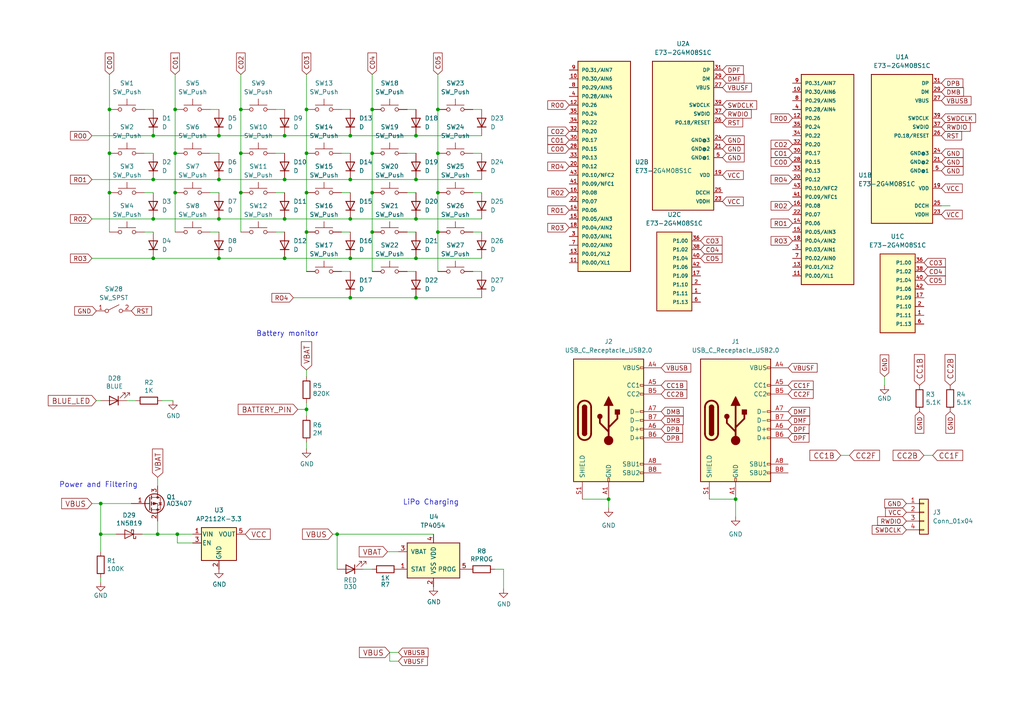
<source format=kicad_sch>
(kicad_sch (version 20211123) (generator eeschema)
  (paper "A4")
  (lib_symbols
    (symbol "Battery_Management:MCP73832-2-OT" (pin_names (offset 1.016))
      (property "Reference" "U" (at -7.62 6.35 0))
      (property "Value" "MCP73832-2-OT" (at 1.27 6.35 0))
      (symbol "MCP73832-2-OT_1_1"
        (pin output line (at 10.16 -2.54 180) (length 2.54) (name "STAT") (number "1"))
        (pin power_in line (at 0 -7.62 90) (length 2.54) (name "VSS") (number "2"))
        (pin power_out line (at 10.16 2.54 180) (length 2.54) (name "VBAT") (number "3"))
        (pin power_in line (at 0 7.62 270) (length 2.54) (name "VDD") (number "4"))
        (pin input line (at -10.16 -2.54 0) (length 2.54) (name "PROG") (number "5"))
      )
    )
    (symbol "Connector:USB_C_Receptacle_USB2.0" (pin_names (offset 1.016))
      (property "Reference" "J" (at -10.16 19.05 0))
      (property "Value" "USB_C_Receptacle_USB2.0" (at 19.05 19.05 0))
      (symbol "USB_C_Receptacle_USB2.0_1_1"
        (pin passive line (at 0 -22.86 90) (length 5.08) (name "GND") (number "A1"))
        (pin passive line (at 0 -22.86 90) (length 5.08) hide (name "GND") (number "A12"))
        (pin passive line (at 15.24 15.24 180) (length 5.08) (name "VBUS") (number "A4"))
        (pin bidirectional line (at 15.24 10.16 180) (length 5.08) (name "CC1") (number "A5"))
        (pin bidirectional line (at 15.24 -2.54 180) (length 5.08) (name "D+") (number "A6"))
        (pin bidirectional line (at 15.24 2.54 180) (length 5.08) (name "D-") (number "A7"))
        (pin bidirectional line (at 15.24 -12.7 180) (length 5.08) (name "SBU1") (number "A8"))
        (pin passive line (at 15.24 15.24 180) (length 5.08) hide (name "VBUS") (number "A9"))
        (pin passive line (at 0 -22.86 90) (length 5.08) hide (name "GND") (number "B1"))
        (pin passive line (at 0 -22.86 90) (length 5.08) hide (name "GND") (number "B12"))
        (pin passive line (at 15.24 15.24 180) (length 5.08) hide (name "VBUS") (number "B4"))
        (pin bidirectional line (at 15.24 7.62 180) (length 5.08) (name "CC2") (number "B5"))
        (pin bidirectional line (at 15.24 -5.08 180) (length 5.08) (name "D+") (number "B6"))
        (pin bidirectional line (at 15.24 0 180) (length 5.08) (name "D-") (number "B7"))
        (pin bidirectional line (at 15.24 -15.24 180) (length 5.08) (name "SBU2") (number "B8"))
        (pin passive line (at 15.24 15.24 180) (length 5.08) hide (name "VBUS") (number "B9"))
        (pin passive line (at -7.62 -22.86 90) (length 5.08) (name "SHIELD") (number "S1"))
      )
    )
    (symbol "Connector_Generic:Conn_01x04" (pin_names (offset 1.016) hide)
      (property "Reference" "J" (at 0 5.08 0))
      (property "Value" "Conn_01x04" (at 0 -7.62 0))
      (symbol "Conn_01x04_1_1"
        (pin passive line (at -5.08 2.54 0) (length 3.81) (name "Pin_1") (number "1"))
        (pin passive line (at -5.08 0 0) (length 3.81) (name "Pin_2") (number "2"))
        (pin passive line (at -5.08 -2.54 0) (length 3.81) (name "Pin_3") (number "3"))
        (pin passive line (at -5.08 -5.08 0) (length 3.81) (name "Pin_4") (number "4"))
      )
    )
    (symbol "Device:D" (pin_numbers hide) (pin_names (offset 1.016) hide)
      (property "Reference" "D" (at 0 2.54 0))
      (property "Value" "D" (at 0 -2.54 0))
      (symbol "D_1_1"
        (pin passive line (at -3.81 0 0) (length 2.54) (name "K") (number "1"))
        (pin passive line (at 3.81 0 180) (length 2.54) (name "A") (number "2"))
      )
    )
    (symbol "Device:LED" (pin_numbers hide) (pin_names (offset 1.016) hide)
      (property "Reference" "D" (at 0 2.54 0))
      (property "Value" "LED" (at 0 -2.54 0))
      (symbol "LED_1_1"
        (pin passive line (at -3.81 0 0) (length 2.54) (name "K") (number "1"))
        (pin passive line (at 3.81 0 180) (length 2.54) (name "A") (number "2"))
      )
    )
    (symbol "Device:R" (pin_numbers hide) (pin_names (offset 0))
      (property "Reference" "R" (at 2.032 0 90))
      (property "Value" "R" (at 0 0 90))
      (symbol "R_1_1"
        (pin passive line (at 0 3.81 270) (length 1.27) (name "~") (number "1"))
        (pin passive line (at 0 -3.81 90) (length 1.27) (name "~") (number "2"))
      )
    )
    (symbol "E73-2G4M08S1C:E73-2G4M08S1C" (pin_names (offset 1.016))
      (property "Reference" "U" (at -15.24 20.32 0))
      (property "Value" "E73-2G4M08S1C" (at -15.24 -25.4 0))
      (symbol "E73-2G4M08S1C_1_0"
        (pin bidirectional line (at -17.78 10.16 0) (length 2.54) (name "VDD") (number "19"))
        (pin bidirectional line (at -17.78 2.54 0) (length 2.54) (name "GND@2") (number "21"))
        (pin bidirectional line (at -17.78 17.78 0) (length 2.54) (name "VDDH") (number "23"))
        (pin bidirectional line (at -17.78 0 0) (length 2.54) (name "GND@3") (number "24"))
        (pin bidirectional line (at -17.78 15.24 0) (length 2.54) (name "DCCH") (number "25"))
        (pin bidirectional line (at -17.78 -5.08 0) (length 2.54) (name "P0.18/RESET") (number "26"))
        (pin bidirectional line (at -17.78 -15.24 0) (length 2.54) (name "VBUS") (number "27"))
        (pin bidirectional line (at -17.78 -17.78 0) (length 2.54) (name "DM") (number "29"))
        (pin bidirectional line (at -17.78 -20.32 0) (length 2.54) (name "DP") (number "31"))
        (pin bidirectional line (at -17.78 -7.62 0) (length 2.54) (name "SWDIO") (number "37"))
        (pin bidirectional line (at -17.78 -10.16 0) (length 2.54) (name "SWDCLK") (number "39"))
        (pin bidirectional line (at -17.78 5.08 0) (length 2.54) (name "GND@1") (number "5"))
      )
      (symbol "E73-2G4M08S1C_2_0"
        (pin bidirectional line (at 12.7 -25.4 180) (length 2.54) (name "P0.30/AIN6") (number "10"))
        (pin bidirectional line (at 12.7 27.94 180) (length 2.54) (name "P0.00/XL1") (number "11"))
        (pin bidirectional line (at 12.7 -17.78 180) (length 2.54) (name "P0.26") (number "12"))
        (pin bidirectional line (at 12.7 25.4 180) (length 2.54) (name "P0.01/XL2") (number "13"))
        (pin bidirectional line (at 12.7 12.7 180) (length 2.54) (name "P0.06") (number "14"))
        (pin bidirectional line (at 12.7 15.24 180) (length 2.54) (name "P0.05/AIN3") (number "15"))
        (pin bidirectional line (at 12.7 7.62 180) (length 2.54) (name "P0.08") (number "16"))
        (pin bidirectional line (at 12.7 17.78 180) (length 2.54) (name "P0.04/AIN2") (number "18"))
        (pin bidirectional line (at 12.7 0 180) (length 2.54) (name "P0.12") (number "20"))
        (pin bidirectional line (at 12.7 10.16 180) (length 2.54) (name "P0.07") (number "22"))
        (pin bidirectional line (at 12.7 -5.08 180) (length 2.54) (name "P0.15") (number "28"))
        (pin bidirectional line (at 12.7 20.32 180) (length 2.54) (name "P0.03/AIN1") (number "3"))
        (pin bidirectional line (at 12.7 -7.62 180) (length 2.54) (name "P0.17") (number "30"))
        (pin bidirectional line (at 12.7 -10.16 180) (length 2.54) (name "P0.20") (number "32"))
        (pin bidirectional line (at 12.7 -2.54 180) (length 2.54) (name "P0.13") (number "33"))
        (pin bidirectional line (at 12.7 -12.7 180) (length 2.54) (name "P0.22") (number "34"))
        (pin bidirectional line (at 12.7 -15.24 180) (length 2.54) (name "P0.24") (number "35"))
        (pin bidirectional line (at 12.7 -20.32 180) (length 2.54) (name "P0.28/AIN4") (number "4"))
        (pin bidirectional line (at 12.7 5.08 180) (length 2.54) (name "P0.09/NFC1") (number "41"))
        (pin bidirectional line (at 12.7 2.54 180) (length 2.54) (name "P0.10/NFC2") (number "43"))
        (pin bidirectional line (at 12.7 22.86 180) (length 2.54) (name "P0.02/AIN0") (number "7"))
        (pin bidirectional line (at 12.7 -22.86 180) (length 2.54) (name "P0.29/AIN5") (number "8"))
        (pin bidirectional line (at 12.7 -27.94 180) (length 2.54) (name "P0.31/AIN7") (number "9"))
      )
      (symbol "E73-2G4M08S1C_3_0"
        (pin bidirectional line (at 10.16 -7.62 180) (length 2.54) (name "P1.11") (number "1"))
        (pin bidirectional line (at 10.16 -2.54 180) (length 2.54) (name "P1.09") (number "17"))
        (pin bidirectional line (at 10.16 -5.08 180) (length 2.54) (name "P1.10") (number "2"))
        (pin bidirectional line (at 10.16 7.62 180) (length 2.54) (name "P1.00") (number "36"))
        (pin bidirectional line (at 10.16 5.08 180) (length 2.54) (name "P1.02") (number "38"))
        (pin bidirectional line (at 10.16 2.54 180) (length 2.54) (name "P1.04") (number "40"))
        (pin bidirectional line (at 10.16 0 180) (length 2.54) (name "P1.06") (number "42"))
        (pin bidirectional line (at 10.16 -10.16 180) (length 2.54) (name "P1.13") (number "6"))
      )
    )
    (symbol "Regulator_Linear:AP2112K-3.3" (pin_names (offset 0.254))
      (property "Reference" "U" (at -5.08 5.715 0))
      (property "Value" "AP2112K-3.3" (at 0 5.715 0))
      (symbol "AP2112K-3.3_1_1"
        (pin power_in line (at -7.62 2.54 0) (length 2.54) (name "VIN") (number "1"))
        (pin power_in line (at 0 -7.62 90) (length 2.54) (name "GND") (number "2"))
        (pin input line (at -7.62 0 0) (length 2.54) (name "EN") (number "3"))
        (pin no_connect line (at 5.08 0 180) (length 2.54) hide (name "NC") (number "4"))
        (pin power_out line (at 7.62 2.54 180) (length 2.54) (name "VOUT") (number "5"))
      )
    )
    (symbol "Switch:SW_Push" (pin_numbers hide) (pin_names (offset 1.016) hide)
      (property "Reference" "SW" (at 1.27 2.54 0))
      (property "Value" "SW_Push" (at 0 -1.524 0))
      (symbol "SW_Push_0_1"
        (pin passive line (at -5.08 0 0) (length 2.54) (name "1") (number "1"))
        (pin passive line (at 5.08 0 180) (length 2.54) (name "2") (number "2"))
      )
    )
    (symbol "Switch:SW_SPST" (pin_names (offset 0) hide)
      (property "Reference" "SW" (at 0 3.175 0))
      (property "Value" "SW_SPST" (at 0 -2.54 0))
      (symbol "SW_SPST_1_1"
        (pin passive line (at -5.08 0 0) (length 2.54) (name "A") (number "1"))
        (pin passive line (at 5.08 0 180) (length 2.54) (name "B") (number "2"))
      )
    )
    (symbol "nrfmicro-rescue:BSS83P" (pin_names (offset 0) hide)
      (property "Reference" "Q" (at 5.08 1.905 0))
      (property "Value" "BSS83P" (at 5.08 0 0))
      (symbol "BSS83P_1_1"
        (pin input line (at -5.08 0 0) (length 5.08) (name "G") (number "1"))
        (pin passive line (at 2.54 -5.08 90) (length 2.54) (name "S") (number "2"))
        (pin passive line (at 2.54 5.08 270) (length 2.54) (name "D") (number "3"))
      )
    )
    (symbol "nrfmicro-rescue:GND" (power) (pin_names (offset 0))
      (property "Value" "GND" (at 0 -3.81 0))
      (symbol "GND_1_1"
        (pin power_in line (at 0 0 270) (length 0) hide (name "GND") (number "1"))
      )
    )
    (symbol "nrfmicro-rescue:MBR0520" (pin_numbers hide) (pin_names (offset 1.016) hide)
      (property "Reference" "D" (at 0 2.54 0))
      (property "Value" "MBR0520" (at 0 -2.54 0))
      (symbol "MBR0520_1_1"
        (pin passive line (at -3.81 0 0) (length 2.54) (name "K") (number "1"))
        (pin passive line (at 3.81 0 180) (length 2.54) (name "A") (number "2"))
      )
    )
    (symbol "nrfmicro-rescue:R" (pin_numbers hide) (pin_names (offset 0))
      (property "Reference" "R" (at 2.032 0 90))
      (property "Value" "R" (at 0 0 90))
      (symbol "R_1_1"
        (pin passive line (at 0 3.81 270) (length 1.27) (name "~") (number "1"))
        (pin passive line (at 0 -3.81 90) (length 1.27) (name "~") (number "2"))
      )
    )
    (symbol "power:GND" (power) (pin_names (offset 0))
      (property "Value" "GND" (at 0 -3.81 0))
      (symbol "GND_1_1"
        (pin power_in line (at 0 0 270) (length 0) hide (name "GND") (number "1"))
      )
    )
  )
  (junction (at 120.65 39.37))
  (junction (at 127 67.31))
  (junction (at 101.6 86.36))
  (junction (at 51.435 154.94))
  (junction (at 101.6 52.07))
  (junction (at 127 31.75))
  (junction (at 88.9 67.31))
  (junction (at 44.45 52.07))
  (junction (at 176.53 144.78))
  (junction (at 107.95 67.31))
  (junction (at 82.55 52.07))
  (junction (at 50.8 44.45))
  (junction (at 44.45 63.5))
  (junction (at 63.5 63.5))
  (junction (at 120.65 63.5))
  (junction (at 213.36 144.78))
  (junction (at 88.9 31.75))
  (junction (at 127 55.88))
  (junction (at 101.6 63.5))
  (junction (at 69.85 55.88))
  (junction (at 82.55 39.37))
  (junction (at 31.75 31.75))
  (junction (at 107.95 31.75))
  (junction (at 97.79 154.94))
  (junction (at 63.5 39.37))
  (junction (at 44.45 74.93))
  (junction (at 82.55 63.5))
  (junction (at 69.85 44.45))
  (junction (at 127 44.45))
  (junction (at 88.9 55.88))
  (junction (at 63.5 52.07))
  (junction (at 120.65 52.07))
  (junction (at 50.8 31.75))
  (junction (at 120.65 74.93))
  (junction (at 107.95 55.88))
  (junction (at 44.45 39.37))
  (junction (at 88.9 44.45))
  (junction (at 29.21 146.05))
  (junction (at 29.21 154.94))
  (junction (at 88.9 118.745))
  (junction (at 120.65 86.36))
  (junction (at 63.5 74.93))
  (junction (at 69.85 31.75))
  (junction (at 50.8 55.88))
  (junction (at 101.6 74.93))
  (junction (at 101.6 39.37))
  (junction (at 107.95 44.45))
  (junction (at 31.75 55.88))
  (junction (at 45.72 154.94))
  (junction (at 31.75 44.45))
  (junction (at 82.55 74.93))
  (wire (pts (xy 137.16 31.75) (xy 139.7 31.75)))
  (wire (pts (xy 60.96 31.75) (xy 63.5 31.75)))
  (wire (pts (xy 31.75 44.45) (xy 31.75 55.88)))
  (wire (pts (xy 31.75 21.59) (xy 31.75 31.75)))
  (wire (pts (xy 113.03 191.77) (xy 113.03 189.23)))
  (wire (pts (xy 29.21 167.64) (xy 29.21 168.91)))
  (wire (pts (xy 63.5 63.5) (xy 82.55 63.5)))
  (wire (pts (xy 127 44.45) (xy 127 55.88)))
  (wire (pts (xy 82.55 63.5) (xy 101.6 63.5)))
  (wire (pts (xy 267.97 132.08) (xy 270.51 132.08)))
  (wire (pts (xy 60.96 67.31) (xy 63.5 67.31)))
  (wire (pts (xy 127 67.31) (xy 127 78.74)))
  (wire (pts (xy 99.06 78.74) (xy 101.6 78.74)))
  (wire (pts (xy 85.09 86.36) (xy 101.6 86.36)))
  (wire (pts (xy 243.84 132.08) (xy 246.38 132.08)))
  (wire (pts (xy 168.91 144.78) (xy 176.53 144.78)))
  (wire (pts (xy 99.06 67.31) (xy 101.6 67.31)))
  (wire (pts (xy 118.11 78.74) (xy 120.65 78.74)))
  (wire (pts (xy 97.79 154.94) (xy 125.73 154.94)))
  (wire (pts (xy 99.06 44.45) (xy 101.6 44.45)))
  (wire (pts (xy 27.94 116.205) (xy 29.21 116.205)))
  (wire (pts (xy 45.72 138.43) (xy 45.72 140.97)))
  (wire (pts (xy 55.88 157.48) (xy 51.435 157.48)))
  (wire (pts (xy 69.85 55.88) (xy 69.85 67.31)))
  (wire (pts (xy 107.95 31.75) (xy 107.95 44.45)))
  (wire (pts (xy 60.96 44.45) (xy 63.5 44.45)))
  (wire (pts (xy 51.435 154.94) (xy 55.88 154.94)))
  (wire (pts (xy 120.65 63.5) (xy 139.7 63.5)))
  (wire (pts (xy 115.57 191.77) (xy 113.03 191.77)))
  (wire (pts (xy 88.9 55.88) (xy 88.9 67.31)))
  (wire (pts (xy 88.9 31.75) (xy 88.9 44.45)))
  (wire (pts (xy 44.45 39.37) (xy 63.5 39.37)))
  (wire (pts (xy 112.395 160.02) (xy 115.57 160.02)))
  (wire (pts (xy 88.9 118.745) (xy 88.9 120.65)))
  (wire (pts (xy 50.8 31.75) (xy 50.8 44.45)))
  (wire (pts (xy 88.9 116.84) (xy 88.9 118.745)))
  (wire (pts (xy 41.91 67.31) (xy 44.45 67.31)))
  (wire (pts (xy 26.67 74.93) (xy 44.45 74.93)))
  (wire (pts (xy 101.6 63.5) (xy 120.65 63.5)))
  (wire (pts (xy 29.21 154.94) (xy 29.21 160.02)))
  (wire (pts (xy 213.36 144.78) (xy 213.36 149.86)))
  (wire (pts (xy 127 31.75) (xy 127 44.45)))
  (wire (pts (xy 31.75 31.75) (xy 31.75 44.45)))
  (wire (pts (xy 118.11 67.31) (xy 120.65 67.31)))
  (wire (pts (xy 143.51 165.1) (xy 146.05 165.1)))
  (wire (pts (xy 120.65 39.37) (xy 139.7 39.37)))
  (wire (pts (xy 63.5 74.93) (xy 82.55 74.93)))
  (wire (pts (xy 120.65 52.07) (xy 139.7 52.07)))
  (wire (pts (xy 26.67 39.37) (xy 44.45 39.37)))
  (wire (pts (xy 88.9 128.27) (xy 88.9 130.175)))
  (wire (pts (xy 31.75 55.88) (xy 31.75 67.31)))
  (wire (pts (xy 82.55 74.93) (xy 101.6 74.93)))
  (wire (pts (xy 127 21.59) (xy 127 31.75)))
  (wire (pts (xy 29.21 146.05) (xy 29.21 154.94)))
  (wire (pts (xy 44.45 74.93) (xy 63.5 74.93)))
  (wire (pts (xy 69.85 44.45) (xy 69.85 55.88)))
  (wire (pts (xy 63.5 39.37) (xy 82.55 39.37)))
  (wire (pts (xy 44.45 63.5) (xy 63.5 63.5)))
  (wire (pts (xy 86.36 118.745) (xy 88.9 118.745)))
  (wire (pts (xy 205.74 144.78) (xy 213.36 144.78)))
  (wire (pts (xy 88.9 67.31) (xy 88.9 78.74)))
  (wire (pts (xy 50.8 21.59) (xy 50.8 31.75)))
  (wire (pts (xy 101.6 39.37) (xy 120.65 39.37)))
  (wire (pts (xy 36.83 116.205) (xy 39.37 116.205)))
  (wire (pts (xy 88.9 107.315) (xy 88.9 109.22)))
  (wire (pts (xy 60.96 55.88) (xy 63.5 55.88)))
  (wire (pts (xy 45.72 154.94) (xy 51.435 154.94)))
  (wire (pts (xy 273.05 59.69) (xy 275.59 59.69)))
  (wire (pts (xy 88.9 44.45) (xy 88.9 55.88)))
  (wire (pts (xy 69.85 21.59) (xy 69.85 31.75)))
  (wire (pts (xy 146.05 165.1) (xy 146.05 170.815)))
  (wire (pts (xy 99.06 55.88) (xy 101.6 55.88)))
  (wire (pts (xy 80.01 31.75) (xy 82.55 31.75)))
  (wire (pts (xy 80.01 67.31) (xy 82.55 67.31)))
  (wire (pts (xy 50.8 55.88) (xy 50.8 67.31)))
  (wire (pts (xy 107.95 67.31) (xy 107.95 78.74)))
  (wire (pts (xy 41.275 154.94) (xy 45.72 154.94)))
  (wire (pts (xy 120.65 86.36) (xy 139.7 86.36)))
  (wire (pts (xy 80.01 44.45) (xy 82.55 44.45)))
  (wire (pts (xy 82.55 52.07) (xy 101.6 52.07)))
  (wire (pts (xy 29.21 146.05) (xy 38.1 146.05)))
  (wire (pts (xy 101.6 74.93) (xy 120.65 74.93)))
  (wire (pts (xy 41.91 55.88) (xy 44.45 55.88)))
  (wire (pts (xy 41.91 44.45) (xy 44.45 44.45)))
  (wire (pts (xy 50.8 44.45) (xy 50.8 55.88)))
  (wire (pts (xy 127 55.88) (xy 127 67.31)))
  (wire (pts (xy 26.67 52.07) (xy 44.45 52.07)))
  (wire (pts (xy 176.53 144.78) (xy 176.53 147.32)))
  (wire (pts (xy 101.6 52.07) (xy 120.65 52.07)))
  (wire (pts (xy 96.52 154.94) (xy 97.79 154.94)))
  (wire (pts (xy 256.54 109.22) (xy 256.54 111.76)))
  (wire (pts (xy 118.11 31.75) (xy 120.65 31.75)))
  (wire (pts (xy 46.99 116.205) (xy 50.165 116.205)))
  (wire (pts (xy 107.95 44.45) (xy 107.95 55.88)))
  (wire (pts (xy 69.85 31.75) (xy 69.85 44.45)))
  (wire (pts (xy 120.65 74.93) (xy 139.7 74.93)))
  (wire (pts (xy 82.55 39.37) (xy 101.6 39.37)))
  (wire (pts (xy 137.16 55.88) (xy 139.7 55.88)))
  (wire (pts (xy 137.16 78.74) (xy 139.7 78.74)))
  (wire (pts (xy 118.11 55.88) (xy 120.65 55.88)))
  (wire (pts (xy 29.21 154.94) (xy 33.655 154.94)))
  (wire (pts (xy 51.435 157.48) (xy 51.435 154.94)))
  (wire (pts (xy 29.21 146.05) (xy 26.67 146.05)))
  (wire (pts (xy 41.91 31.75) (xy 44.45 31.75)))
  (wire (pts (xy 137.16 44.45) (xy 139.7 44.45)))
  (wire (pts (xy 80.01 55.88) (xy 82.55 55.88)))
  (wire (pts (xy 105.41 165.1) (xy 107.95 165.1)))
  (wire (pts (xy 113.03 189.23) (xy 115.57 189.23)))
  (wire (pts (xy 88.9 21.59) (xy 88.9 31.75)))
  (wire (pts (xy 44.45 52.07) (xy 63.5 52.07)))
  (wire (pts (xy 97.79 165.1) (xy 97.79 154.94)))
  (wire (pts (xy 107.95 21.59) (xy 107.95 31.75)))
  (wire (pts (xy 101.6 86.36) (xy 120.65 86.36)))
  (wire (pts (xy 26.67 63.5) (xy 44.45 63.5)))
  (wire (pts (xy 107.95 55.88) (xy 107.95 67.31)))
  (wire (pts (xy 137.16 67.31) (xy 139.7 67.31)))
  (wire (pts (xy 118.11 44.45) (xy 120.65 44.45)))
  (wire (pts (xy 63.5 52.07) (xy 82.55 52.07)))
  (wire (pts (xy 99.06 31.75) (xy 101.6 31.75)))
  (wire (pts (xy 45.72 151.13) (xy 45.72 154.94)))
  (text "LiPo Charging\n" (at 116.84 146.685 0) (effects (font (size 1.524 1.524)) (justify left bottom)))
  (text "Battery monitor" (at 74.295 97.79 0) (effects (font (size 1.524 1.524)) (justify left bottom)))
  (text "Power and Filtering" (at 17.145 141.605 0) (effects (font (size 1.524 1.524)) (justify left bottom)))
  (global_label "CO0" (shape input) (at 165.1 43.18 180) (property "Intersheet References" "${INTERSHEET_REFS}" (effects hide)))
  (global_label "RO1" (shape input) (at 26.67 52.07 180) (property "Intersheet References" "${INTERSHEET_REFS}" (effects hide)))
  (global_label "DPB" (shape input) (at 273.05 24.13 0) (property "Intersheet References" "${INTERSHEET_REFS}" (effects hide)))
  (global_label "VBAT" (shape input) (at 112.395 160.02 180) (effects (font (size 1.524 1.524))) (property "Intersheet References" "${INTERSHEET_REFS}" (effects hide)))
  (global_label "CC2F" (shape input) (at 228.6 114.3 0) (property "Intersheet References" "${INTERSHEET_REFS}" (effects hide)))
  (global_label "RO2" (shape input) (at 165.1 55.88 180) (property "Intersheet References" "${INTERSHEET_REFS}" (effects hide)))
  (global_label "GND" (shape input) (at 209.55 40.64 0) (property "Intersheet References" "${INTERSHEET_REFS}" (effects hide)))
  (global_label "GND" (shape input) (at 256.54 109.22 90) (property "Intersheet References" "${INTERSHEET_REFS}" (effects hide)))
  (global_label "VBUSF" (shape input) (at 228.6 106.68 0) (property "Intersheet References" "${INTERSHEET_REFS}" (effects hide)))
  (global_label "VBUSB" (shape input) (at 191.77 106.68 0) (property "Intersheet References" "${INTERSHEET_REFS}" (effects hide)))
  (global_label "VCC" (shape input) (at 273.05 54.61 0) (property "Intersheet References" "${INTERSHEET_REFS}" (effects hide)))
  (global_label "RO0" (shape input) (at 26.67 39.37 180) (property "Intersheet References" "${INTERSHEET_REFS}" (effects hide)))
  (global_label "SWDCLK" (shape input) (at 273.05 34.29 0) (property "Intersheet References" "${INTERSHEET_REFS}" (effects hide)))
  (global_label "SWDCLK" (shape input) (at 262.89 153.67 180) (property "Intersheet References" "${INTERSHEET_REFS}" (effects hide)))
  (global_label "CO4" (shape input) (at 203.2 72.39 0) (property "Intersheet References" "${INTERSHEET_REFS}" (effects hide)))
  (global_label "CO4" (shape input) (at 107.95 21.59 90) (property "Intersheet References" "${INTERSHEET_REFS}" (effects hide)))
  (global_label "CO2" (shape input) (at 69.85 21.59 90) (property "Intersheet References" "${INTERSHEET_REFS}" (effects hide)))
  (global_label "VCC" (shape input) (at 209.55 50.8 0) (property "Intersheet References" "${INTERSHEET_REFS}" (effects hide)))
  (global_label "CC2B" (shape input) (at 275.59 111.76 90) (effects (font (size 1.524 1.524))) (property "Intersheet References" "${INTERSHEET_REFS}" (effects hide)))
  (global_label "DMB" (shape input) (at 273.05 26.67 0) (property "Intersheet References" "${INTERSHEET_REFS}" (effects hide)))
  (global_label "RO4" (shape input) (at 229.87 52.07 180) (property "Intersheet References" "${INTERSHEET_REFS}" (effects hide)))
  (global_label "VBUSB" (shape input) (at 115.57 189.23 0) (property "Intersheet References" "${INTERSHEET_REFS}" (effects hide)))
  (global_label "CO2" (shape input) (at 165.1 38.1 180) (property "Intersheet References" "${INTERSHEET_REFS}" (effects hide)))
  (global_label "CO1" (shape input) (at 50.8 21.59 90) (property "Intersheet References" "${INTERSHEET_REFS}" (effects hide)))
  (global_label "RWDIO" (shape input) (at 209.55 33.02 0) (property "Intersheet References" "${INTERSHEET_REFS}" (effects hide)))
  (global_label "GND" (shape input) (at 209.55 43.18 0) (property "Intersheet References" "${INTERSHEET_REFS}" (effects hide)))
  (global_label "CO3" (shape input) (at 88.9 21.59 90) (property "Intersheet References" "${INTERSHEET_REFS}" (effects hide)))
  (global_label "VCC" (shape input) (at 273.05 62.23 0) (property "Intersheet References" "${INTERSHEET_REFS}" (effects hide)))
  (global_label "RO0" (shape input) (at 165.1 30.48 180) (property "Intersheet References" "${INTERSHEET_REFS}" (effects hide)))
  (global_label "RO0" (shape input) (at 229.87 34.29 180) (property "Intersheet References" "${INTERSHEET_REFS}" (effects hide)))
  (global_label "RO3" (shape input) (at 229.87 69.85 180) (property "Intersheet References" "${INTERSHEET_REFS}" (effects hide)))
  (global_label "DMF" (shape input) (at 228.6 119.38 0) (property "Intersheet References" "${INTERSHEET_REFS}" (effects hide)))
  (global_label "RST" (shape input) (at 209.55 35.56 0) (property "Intersheet References" "${INTERSHEET_REFS}" (effects hide)))
  (global_label "RWDIO" (shape input) (at 262.89 151.13 180) (property "Intersheet References" "${INTERSHEET_REFS}" (effects hide)))
  (global_label "VBUSF" (shape input) (at 209.55 25.4 0) (property "Intersheet References" "${INTERSHEET_REFS}" (effects hide)))
  (global_label "CC1F" (shape input) (at 228.6 111.76 0) (property "Intersheet References" "${INTERSHEET_REFS}" (effects hide)))
  (global_label "RO1" (shape input) (at 229.87 64.77 180) (property "Intersheet References" "${INTERSHEET_REFS}" (effects hide)))
  (global_label "DPB" (shape input) (at 191.77 124.46 0) (property "Intersheet References" "${INTERSHEET_REFS}" (effects hide)))
  (global_label "GND" (shape input) (at 273.05 44.45 0) (property "Intersheet References" "${INTERSHEET_REFS}" (effects hide)))
  (global_label "CO3" (shape input) (at 203.2 69.85 0) (property "Intersheet References" "${INTERSHEET_REFS}" (effects hide)))
  (global_label "VBUS" (shape input) (at 96.52 154.94 180) (effects (font (size 1.524 1.524))) (property "Intersheet References" "${INTERSHEET_REFS}" (effects hide)))
  (global_label "RO4" (shape input) (at 85.09 86.36 180) (property "Intersheet References" "${INTERSHEET_REFS}" (effects hide)))
  (global_label "CO0" (shape input) (at 31.75 21.59 90) (property "Intersheet References" "${INTERSHEET_REFS}" (effects hide)))
  (global_label "CO1" (shape input) (at 165.1 40.64 180) (property "Intersheet References" "${INTERSHEET_REFS}" (effects hide)))
  (global_label "GND" (shape input) (at 262.89 146.05 180) (property "Intersheet References" "${INTERSHEET_REFS}" (effects hide)))
  (global_label "VBAT" (shape input) (at 88.9 107.315 90) (effects (font (size 1.524 1.524))) (property "Intersheet References" "${INTERSHEET_REFS}" (effects hide)))
  (global_label "CC1F" (shape input) (at 270.51 132.08 0) (effects (font (size 1.524 1.524))) (property "Intersheet References" "${INTERSHEET_REFS}" (effects hide)))
  (global_label "CO5" (shape input) (at 203.2 74.93 0) (property "Intersheet References" "${INTERSHEET_REFS}" (effects hide)))
  (global_label "DPF" (shape input) (at 209.55 20.32 0) (property "Intersheet References" "${INTERSHEET_REFS}" (effects hide)))
  (global_label "RST" (shape input) (at 273.05 39.37 0) (property "Intersheet References" "${INTERSHEET_REFS}" (effects hide)))
  (global_label "VBUSB" (shape input) (at 273.05 29.21 0) (property "Intersheet References" "${INTERSHEET_REFS}" (effects hide)))
  (global_label "CO0" (shape input) (at 229.87 46.99 180) (property "Intersheet References" "${INTERSHEET_REFS}" (effects hide)))
  (global_label "GND" (shape input) (at 275.59 119.38 270) (property "Intersheet References" "${INTERSHEET_REFS}" (effects hide)))
  (global_label "CO1" (shape input) (at 229.87 44.45 180) (property "Intersheet References" "${INTERSHEET_REFS}" (effects hide)))
  (global_label "BATTERY_PIN" (shape input) (at 86.36 118.745 180) (effects (font (size 1.524 1.524))) (property "Intersheet References" "${INTERSHEET_REFS}" (effects hide)))
  (global_label "CC1B" (shape input) (at 191.77 111.76 0) (property "Intersheet References" "${INTERSHEET_REFS}" (effects hide)))
  (global_label "VBUSF" (shape input) (at 115.57 191.77 0) (property "Intersheet References" "${INTERSHEET_REFS}" (effects hide)))
  (global_label "CC2F" (shape input) (at 246.38 132.08 0) (effects (font (size 1.524 1.524))) (property "Intersheet References" "${INTERSHEET_REFS}" (effects hide)))
  (global_label "RO3" (shape input) (at 26.67 74.93 180) (property "Intersheet References" "${INTERSHEET_REFS}" (effects hide)))
  (global_label "RST" (shape input) (at 38.1 90.17 0) (property "Intersheet References" "${INTERSHEET_REFS}" (effects hide)))
  (global_label "SWDCLK" (shape input) (at 209.55 30.48 0) (property "Intersheet References" "${INTERSHEET_REFS}" (effects hide)))
  (global_label "DPF" (shape input) (at 228.6 127 0) (property "Intersheet References" "${INTERSHEET_REFS}" (effects hide)))
  (global_label "GND" (shape input) (at 273.05 49.53 0) (property "Intersheet References" "${INTERSHEET_REFS}" (effects hide)))
  (global_label "DMB" (shape input) (at 191.77 121.92 0) (property "Intersheet References" "${INTERSHEET_REFS}" (effects hide)))
  (global_label "CC2B" (shape input) (at 267.97 132.08 180) (effects (font (size 1.524 1.524))) (property "Intersheet References" "${INTERSHEET_REFS}" (effects hide)))
  (global_label "CC1B" (shape input) (at 266.7 111.76 90) (effects (font (size 1.524 1.524))) (property "Intersheet References" "${INTERSHEET_REFS}" (effects hide)))
  (global_label "VCC" (shape input) (at 71.12 154.94 0) (effects (font (size 1.524 1.524))) (property "Intersheet References" "${INTERSHEET_REFS}" (effects hide)))
  (global_label "CC1B" (shape input) (at 243.84 132.08 180) (effects (font (size 1.524 1.524))) (property "Intersheet References" "${INTERSHEET_REFS}" (effects hide)))
  (global_label "DMB" (shape input) (at 191.77 119.38 0) (property "Intersheet References" "${INTERSHEET_REFS}" (effects hide)))
  (global_label "DPB" (shape input) (at 191.77 127 0) (property "Intersheet References" "${INTERSHEET_REFS}" (effects hide)))
  (global_label "CO5" (shape input) (at 267.97 81.28 0) (property "Intersheet References" "${INTERSHEET_REFS}" (effects hide)))
  (global_label "CO4" (shape input) (at 267.97 78.74 0) (property "Intersheet References" "${INTERSHEET_REFS}" (effects hide)))
  (global_label "BLUE_LED" (shape input) (at 27.94 116.205 180) (effects (font (size 1.524 1.524))) (property "Intersheet References" "${INTERSHEET_REFS}" (effects hide)))
  (global_label "VCC" (shape input) (at 209.55 58.42 0) (property "Intersheet References" "${INTERSHEET_REFS}" (effects hide)))
  (global_label "CO5" (shape input) (at 127 21.59 90) (property "Intersheet References" "${INTERSHEET_REFS}" (effects hide)))
  (global_label "VCC" (shape input) (at 262.89 148.59 180) (property "Intersheet References" "${INTERSHEET_REFS}" (effects hide)))
  (global_label "RO2" (shape input) (at 229.87 59.69 180) (property "Intersheet References" "${INTERSHEET_REFS}" (effects hide)))
  (global_label "RO2" (shape input) (at 26.67 63.5 180) (property "Intersheet References" "${INTERSHEET_REFS}" (effects hide)))
  (global_label "CO3" (shape input) (at 267.97 76.2 0) (property "Intersheet References" "${INTERSHEET_REFS}" (effects hide)))
  (global_label "CO2" (shape input) (at 229.87 41.91 180) (property "Intersheet References" "${INTERSHEET_REFS}" (effects hide)))
  (global_label "VBUS" (shape input) (at 113.03 189.23 180) (effects (font (size 1.524 1.524))) (property "Intersheet References" "${INTERSHEET_REFS}" (effects hide)))
  (global_label "VBAT" (shape input) (at 45.72 138.43 90) (effects (font (size 1.524 1.524))) (property "Intersheet References" "${INTERSHEET_REFS}" (effects hide)))
  (global_label "GND" (shape input) (at 273.05 46.99 0) (property "Intersheet References" "${INTERSHEET_REFS}" (effects hide)))
  (global_label "RWDIO" (shape input) (at 273.05 36.83 0) (property "Intersheet References" "${INTERSHEET_REFS}" (effects hide)))
  (global_label "VBUS" (shape input) (at 26.67 146.05 180) (effects (font (size 1.524 1.524))) (property "Intersheet References" "${INTERSHEET_REFS}" (effects hide)))
  (global_label "DMF" (shape input) (at 228.6 121.92 0) (property "Intersheet References" "${INTERSHEET_REFS}" (effects hide)))
  (global_label "RO4" (shape input) (at 165.1 48.26 180) (property "Intersheet References" "${INTERSHEET_REFS}" (effects hide)))
  (global_label "RO1" (shape input) (at 165.1 60.96 180) (property "Intersheet References" "${INTERSHEET_REFS}" (effects hide)))
  (global_label "GND" (shape input) (at 209.55 45.72 0) (property "Intersheet References" "${INTERSHEET_REFS}" (effects hide)))
  (global_label "GND" (shape input) (at 27.94 90.17 180) (property "Intersheet References" "${INTERSHEET_REFS}" (effects hide)))
  (global_label "CC2B" (shape input) (at 191.77 114.3 0) (property "Intersheet References" "${INTERSHEET_REFS}" (effects hide)))
  (global_label "DMF" (shape input) (at 209.55 22.86 0) (property "Intersheet References" "${INTERSHEET_REFS}" (effects hide)))
  (global_label "GND" (shape input) (at 266.7 119.38 270) (property "Intersheet References" "${INTERSHEET_REFS}" (effects hide)))
  (global_label "RO3" (shape input) (at 165.1 66.04 180) (property "Intersheet References" "${INTERSHEET_REFS}" (effects hide)))
  (global_label "DPF" (shape input) (at 228.6 124.46 0) (property "Intersheet References" "${INTERSHEET_REFS}" (effects hide)))
  (symbol (lib_id "nrfmicro-rescue:R") (at 43.18 116.205 90) (unit 1)
    (property "Reference" "R2" (at 43.18 110.9472 90))
    (property "Value" "1K" (at 43.18 113.2586 90))
    (property "Footprint" "Resistor_SMD:R_0603_1608Metric" (effects hide))
  )
  (symbol (lib_id "nrfmicro-rescue:R") (at 29.21 163.83 0) (unit 1)
    (property "Reference" "R1" (at 30.988 162.6616 0) (effects (justify left)))
    (property "Value" "100K" (at 30.988 164.973 0) (effects (justify left)))
    (property "Footprint" "Resistor_SMD:R_0603_1608Metric" (effects hide))
  )
  (symbol (lib_id "Device:D") (at 120.65 59.69 90) (unit 1)
    (property "Reference" "D20" (at 123.19 58.4199 90) (effects (justify right)))
    (property "Value" "D" (at 123.19 60.9599 90) (effects (justify right)))
    (property "Footprint" "kbd:D3_SMD" (effects hide))
  )
  (symbol (lib_id "nrfmicro-rescue:GND") (at 256.54 111.76 0) (unit 1)
    (property "Reference" "#PWR0102" (effects hide))
    (property "Value" "GND" (at 256.54 115.57 0))
  )
  (symbol (lib_id "Device:D") (at 139.7 48.26 90) (unit 1)
    (property "Reference" "D24" (at 142.24 46.9899 90) (effects (justify right)))
    (property "Value" "D" (at 142.24 49.5299 90) (effects (justify right)))
    (property "Footprint" "kbd:D3_SMD" (effects hide))
  )
  (symbol (lib_id "E73-2G4M08S1C:E73-2G4M08S1C") (at 242.57 52.07 180) (unit 2)
    (property "Reference" "U1" (at 248.92 50.7999 0) (effects (justify right)))
    (property "Value" "E73-2G4M08S1C" (at 248.92 53.3399 0) (effects (justify right)))
    (property "Footprint" "E73-2G4M08S1C:E73-2G4M08S1C-52840" (effects hide))
  )
  (symbol (lib_id "Switch:SW_Push") (at 93.98 55.88 0) (unit 1)
    (property "Reference" "SW15" (at 93.98 48.26 0))
    (property "Value" "SW_Push" (at 93.98 50.8 0))
    (property "Footprint" "keyswitches:Kailh_socket_PG1350_reversible" (effects hide))
  )
  (symbol (lib_id "Device:D") (at 44.45 48.26 90) (unit 1)
    (property "Reference" "D2" (at 46.99 46.9899 90) (effects (justify right)))
    (property "Value" "D" (at 46.99 49.5299 90) (effects (justify right)))
    (property "Footprint" "kbd:D3_SMD" (effects hide))
  )
  (symbol (lib_id "Switch:SW_Push") (at 74.93 31.75 0) (unit 1)
    (property "Reference" "SW9" (at 74.93 24.13 0))
    (property "Value" "SW_Push" (at 74.93 26.67 0))
    (property "Footprint" "keyswitches:Kailh_socket_PG1350_reversible" (effects hide))
  )
  (symbol (lib_id "Device:D") (at 120.65 35.56 90) (unit 1)
    (property "Reference" "D18" (at 123.19 34.2899 90) (effects (justify right)))
    (property "Value" "D" (at 123.19 36.8299 90) (effects (justify right)))
    (property "Footprint" "kbd:D3_SMD" (effects hide))
  )
  (symbol (lib_id "Switch:SW_Push") (at 132.08 31.75 0) (unit 1)
    (property "Reference" "SW23" (at 132.08 24.13 0))
    (property "Value" "SW_Push" (at 132.08 26.67 0))
    (property "Footprint" "keyswitches:Kailh_socket_PG1350_reversible" (effects hide))
  )
  (symbol (lib_id "nrfmicro-rescue:BSS83P") (at 43.18 146.05 0) (unit 1)
    (property "Reference" "Q1" (at 48.26 144.145 0) (effects (justify left)))
    (property "Value" "AO3407" (at 48.26 146.05 0) (effects (justify left)))
    (property "Footprint" "Package_TO_SOT_SMD:SOT-23" (effects hide))
  )
  (symbol (lib_id "Device:D") (at 82.55 48.26 90) (unit 1)
    (property "Reference" "D10" (at 85.09 46.9899 90) (effects (justify right)))
    (property "Value" "D" (at 85.09 49.5299 90) (effects (justify right)))
    (property "Footprint" "kbd:D3_SMD" (effects hide))
  )
  (symbol (lib_id "Switch:SW_Push") (at 55.88 31.75 0) (unit 1)
    (property "Reference" "SW5" (at 55.88 24.13 0))
    (property "Value" "SW_Push" (at 55.88 26.67 0))
    (property "Footprint" "keyswitches:Kailh_socket_PG1350_reversible" (effects hide))
  )
  (symbol (lib_id "Switch:SW_SPST") (at 33.02 90.17 0) (unit 1)
    (property "Reference" "SW28" (at 33.02 83.82 0))
    (property "Value" "SW_SPST" (at 33.02 86.36 0))
    (property "Footprint" "Connector_PinHeader_2.54mm:PinHeader_1x02_P2.54mm_Vertical" (effects hide))
  )
  (symbol (lib_id "Device:R") (at 88.9 113.03 0) (unit 1)
    (property "Reference" "R5" (at 90.678 111.8616 0) (effects (justify left)))
    (property "Value" "820K" (at 90.678 114.173 0) (effects (justify left)))
    (property "Footprint" "Resistor_SMD:R_0603_1608Metric" (effects hide))
  )
  (symbol (lib_id "nrfmicro-rescue:MBR0520") (at 37.465 154.94 180) (unit 1)
    (property "Reference" "D29" (at 37.465 149.4536 0))
    (property "Value" "1N5819" (at 37.465 151.765 0))
    (property "Footprint" "Diode_SMD:D_SOD-323F" (effects hide))
  )
  (symbol (lib_id "Device:D") (at 63.5 48.26 90) (unit 1)
    (property "Reference" "D6" (at 66.04 46.9899 90) (effects (justify right)))
    (property "Value" "D" (at 66.04 49.5299 90) (effects (justify right)))
    (property "Footprint" "kbd:D3_SMD" (effects hide))
  )
  (symbol (lib_id "Device:D") (at 82.55 71.12 90) (unit 1)
    (property "Reference" "D12" (at 85.09 69.8499 90) (effects (justify right)))
    (property "Value" "D" (at 85.09 72.3899 90) (effects (justify right)))
    (property "Footprint" "kbd:D3_SMD" (effects hide))
  )
  (symbol (lib_id "power:GND") (at 213.36 149.86 0) (unit 1)
    (property "Reference" "#PWR0101" (effects hide))
    (property "Value" "GND" (at 213.36 154.94 0))
  )
  (symbol (lib_id "Switch:SW_Push") (at 132.08 78.74 0) (unit 1)
    (property "Reference" "SW27" (at 132.08 71.12 0))
    (property "Value" "SW_Push" (at 132.08 73.66 0))
    (property "Footprint" "keyswitches:Kailh_socket_PG1350_reversible" (effects hide))
  )
  (symbol (lib_id "Switch:SW_Push") (at 36.83 44.45 0) (unit 1)
    (property "Reference" "SW2" (at 36.83 36.83 0))
    (property "Value" "SW_Push" (at 36.83 39.37 0))
    (property "Footprint" "keyswitches:Kailh_socket_PG1350_reversible" (effects hide))
  )
  (symbol (lib_id "Switch:SW_Push") (at 113.03 44.45 0) (unit 1)
    (property "Reference" "SW19" (at 113.03 36.83 0))
    (property "Value" "SW_Push" (at 113.03 39.37 0))
    (property "Footprint" "keyswitches:Kailh_socket_PG1350_reversible" (effects hide))
  )
  (symbol (lib_id "Device:D") (at 44.45 59.69 90) (unit 1)
    (property "Reference" "D3" (at 46.99 58.4199 90) (effects (justify right)))
    (property "Value" "D" (at 46.99 60.9599 90) (effects (justify right)))
    (property "Footprint" "kbd:D3_SMD" (effects hide))
  )
  (symbol (lib_id "Device:D") (at 44.45 35.56 90) (unit 1)
    (property "Reference" "D1" (at 46.99 34.2899 90) (effects (justify right)))
    (property "Value" "D" (at 46.99 36.8299 90) (effects (justify right)))
    (property "Footprint" "kbd:D3_SMD" (effects hide))
  )
  (symbol (lib_id "Switch:SW_Push") (at 113.03 31.75 0) (unit 1)
    (property "Reference" "SW18" (at 113.03 24.13 0))
    (property "Value" "SW_Push" (at 113.03 26.67 0))
    (property "Footprint" "keyswitches:Kailh_socket_PG1350_reversible" (effects hide))
  )
  (symbol (lib_id "Device:D") (at 139.7 59.69 90) (unit 1)
    (property "Reference" "D25" (at 142.24 58.4199 90) (effects (justify right)))
    (property "Value" "D" (at 142.24 60.9599 90) (effects (justify right)))
    (property "Footprint" "kbd:D3_SMD" (effects hide))
  )
  (symbol (lib_id "power:GND") (at 176.53 147.32 0) (unit 1)
    (property "Reference" "#PWR0103" (effects hide))
    (property "Value" "GND" (at 176.53 152.4 0))
  )
  (symbol (lib_id "Switch:SW_Push") (at 93.98 31.75 0) (unit 1)
    (property "Reference" "SW13" (at 93.98 24.13 0))
    (property "Value" "SW_Push" (at 93.98 26.67 0))
    (property "Footprint" "keyswitches:Kailh_socket_PG1350_reversible" (effects hide))
  )
  (symbol (lib_id "nrfmicro-rescue:R") (at 111.76 165.1 90) (unit 1)
    (property "Reference" "R7" (at 111.76 169.545 90))
    (property "Value" "1K" (at 111.76 167.64 90))
    (property "Footprint" "Resistor_SMD:R_0603_1608Metric" (effects hide))
  )
  (symbol (lib_id "Device:D") (at 101.6 35.56 90) (unit 1)
    (property "Reference" "D13" (at 104.14 34.2899 90) (effects (justify right)))
    (property "Value" "D" (at 104.14 36.8299 90) (effects (justify right)))
    (property "Footprint" "kbd:D3_SMD" (effects hide))
  )
  (symbol (lib_id "Connector:USB_C_Receptacle_USB2.0") (at 213.36 121.92 0) (unit 1)
    (property "Reference" "J1" (at 213.36 99.06 0))
    (property "Value" "USB_C_Receptacle_USB2.0" (at 213.36 101.6 0))
    (property "Footprint" "Connector_USB:USB_C_Receptacle_HRO_TYPE-C-31-M-12" (effects hide))
    (property "Datasheet" "https://www.usb.org/sites/default/files/documents/usb_type-c.zip" (effects hide))
  )
  (symbol (lib_id "Device:D") (at 63.5 59.69 90) (unit 1)
    (property "Reference" "D7" (at 66.04 58.4199 90) (effects (justify right)))
    (property "Value" "D" (at 66.04 60.9599 90) (effects (justify right)))
    (property "Footprint" "kbd:D3_SMD" (effects hide))
  )
  (symbol (lib_id "nrfmicro-rescue:GND") (at 29.21 168.91 0) (unit 1)
    (property "Reference" "#PWR0108" (effects hide))
    (property "Value" "GND" (at 29.21 172.72 0))
  )
  (symbol (lib_id "Switch:SW_Push") (at 113.03 78.74 0) (unit 1)
    (property "Reference" "SW22" (at 113.03 71.12 0))
    (property "Value" "SW_Push" (at 113.03 73.66 0))
    (property "Footprint" "keyswitches:Kailh_socket_PG1350_reversible" (effects hide))
  )
  (symbol (lib_id "Switch:SW_Push") (at 74.93 44.45 0) (unit 1)
    (property "Reference" "SW10" (at 74.93 36.83 0))
    (property "Value" "SW_Push" (at 74.93 39.37 0))
    (property "Footprint" "keyswitches:Kailh_socket_PG1350_reversible" (effects hide))
  )
  (symbol (lib_id "Switch:SW_Push") (at 74.93 67.31 0) (unit 1)
    (property "Reference" "SW12" (at 74.93 59.69 0))
    (property "Value" "SW_Push" (at 74.93 62.23 0))
    (property "Footprint" "keyswitches:Kailh_socket_PG1350_reversible" (effects hide))
  )
  (symbol (lib_id "Device:D") (at 101.6 71.12 90) (unit 1)
    (property "Reference" "D16" (at 104.14 69.8499 90) (effects (justify right)))
    (property "Value" "D" (at 104.14 72.3899 90) (effects (justify right)))
    (property "Footprint" "kbd:D3_SMD" (effects hide))
  )
  (symbol (lib_id "E73-2G4M08S1C:E73-2G4M08S1C") (at 193.04 77.47 0) (unit 3)
    (property "Reference" "U2" (at 195.58 62.23 0))
    (property "Value" "E73-2G4M08S1C" (at 195.58 64.77 0))
    (property "Footprint" "E73-2G4M08S1C:E73-2G4M08S1C-52840" (effects hide))
  )
  (symbol (lib_id "Connector_Generic:Conn_01x04") (at 267.97 148.59 0) (unit 1)
    (property "Reference" "J3" (at 270.51 148.5899 0) (effects (justify left)))
    (property "Value" "Conn_01x04" (at 270.51 151.1299 0) (effects (justify left)))
    (property "Footprint" "Connector_PinHeader_2.54mm:PinHeader_1x04_P2.54mm_Vertical" (effects hide))
  )
  (symbol (lib_id "Device:R") (at 88.9 124.46 0) (unit 1)
    (property "Reference" "R6" (at 90.678 123.2916 0) (effects (justify left)))
    (property "Value" "2M" (at 90.678 125.603 0) (effects (justify left)))
    (property "Footprint" "Resistor_SMD:R_0603_1608Metric" (effects hide))
  )
  (symbol (lib_id "Switch:SW_Push") (at 132.08 55.88 0) (unit 1)
    (property "Reference" "SW25" (at 132.08 48.26 0))
    (property "Value" "SW_Push" (at 132.08 50.8 0))
    (property "Footprint" "keyswitches:Kailh_socket_PG1350_reversible" (effects hide))
  )
  (symbol (lib_id "E73-2G4M08S1C:E73-2G4M08S1C") (at 257.81 83.82 0) (unit 3)
    (property "Reference" "U1" (at 260.35 68.58 0))
    (property "Value" "E73-2G4M08S1C" (at 260.35 71.12 0))
    (property "Footprint" "E73-2G4M08S1C:E73-2G4M08S1C-52840" (effects hide))
  )
  (symbol (lib_id "Switch:SW_Push") (at 132.08 44.45 0) (unit 1)
    (property "Reference" "SW24" (at 132.08 36.83 0))
    (property "Value" "SW_Push" (at 132.08 39.37 0))
    (property "Footprint" "keyswitches:Kailh_socket_PG1350_reversible" (effects hide))
  )
  (symbol (lib_id "Switch:SW_Push") (at 132.08 67.31 0) (unit 1)
    (property "Reference" "SW26" (at 132.08 59.69 0))
    (property "Value" "SW_Push" (at 132.08 62.23 0))
    (property "Footprint" "keyswitches:Kailh_socket_PG1350_reversible" (effects hide))
  )
  (symbol (lib_id "Device:D") (at 82.55 59.69 90) (unit 1)
    (property "Reference" "D11" (at 85.09 58.4199 90) (effects (justify right)))
    (property "Value" "D" (at 85.09 60.9599 90) (effects (justify right)))
    (property "Footprint" "kbd:D3_SMD" (effects hide))
  )
  (symbol (lib_id "E73-2G4M08S1C:E73-2G4M08S1C") (at 255.27 44.45 180) (unit 1)
    (property "Reference" "U1" (at 261.62 16.51 0))
    (property "Value" "E73-2G4M08S1C" (at 261.62 19.05 0))
    (property "Footprint" "E73-2G4M08S1C:E73-2G4M08S1C-52840" (effects hide))
  )
  (symbol (lib_id "Switch:SW_Push") (at 36.83 31.75 0) (unit 1)
    (property "Reference" "SW1" (at 36.83 24.13 0))
    (property "Value" "SW_Push" (at 36.83 26.67 0))
    (property "Footprint" "keyswitches:Kailh_socket_PG1350_reversible" (effects hide))
  )
  (symbol (lib_id "Device:D") (at 101.6 82.55 90) (unit 1)
    (property "Reference" "D17" (at 104.14 81.2799 90) (effects (justify right)))
    (property "Value" "D" (at 104.14 83.8199 90) (effects (justify right)))
    (property "Footprint" "kbd:D3_SMD" (effects hide))
  )
  (symbol (lib_id "Switch:SW_Push") (at 55.88 67.31 0) (unit 1)
    (property "Reference" "SW8" (at 55.88 59.69 0))
    (property "Value" "SW_Push" (at 55.88 62.23 0))
    (property "Footprint" "keyswitches:Kailh_socket_PG1350_reversible" (effects hide))
  )
  (symbol (lib_id "Switch:SW_Push") (at 113.03 67.31 0) (unit 1)
    (property "Reference" "SW21" (at 113.03 59.69 0))
    (property "Value" "SW_Push" (at 113.03 62.23 0))
    (property "Footprint" "keyswitches:Kailh_socket_PG1350_reversible" (effects hide))
  )
  (symbol (lib_id "Switch:SW_Push") (at 93.98 78.74 0) (unit 1)
    (property "Reference" "SW17" (at 93.98 71.12 0))
    (property "Value" "SW_Push" (at 93.98 73.66 0))
    (property "Footprint" "keyswitches:Kailh_socket_PG1350_reversible" (effects hide))
  )
  (symbol (lib_id "Switch:SW_Push") (at 113.03 55.88 0) (unit 1)
    (property "Reference" "SW20" (at 113.03 48.26 0))
    (property "Value" "SW_Push" (at 113.03 50.8 0))
    (property "Footprint" "keyswitches:Kailh_socket_PG1350_reversible" (effects hide))
  )
  (symbol (lib_id "Switch:SW_Push") (at 93.98 44.45 0) (unit 1)
    (property "Reference" "SW14" (at 93.98 36.83 0))
    (property "Value" "SW_Push" (at 93.98 39.37 0))
    (property "Footprint" "keyswitches:Kailh_socket_PG1350_reversible" (effects hide))
  )
  (symbol (lib_id "Device:D") (at 101.6 59.69 90) (unit 1)
    (property "Reference" "D15" (at 104.14 58.4199 90) (effects (justify right)))
    (property "Value" "D" (at 104.14 60.9599 90) (effects (justify right)))
    (property "Footprint" "kbd:D3_SMD" (effects hide))
  )
  (symbol (lib_id "power:GND") (at 146.05 170.815 0) (unit 1)
    (property "Reference" "#PWR0106" (effects hide))
    (property "Value" "GND" (at 146.177 175.2092 0))
  )
  (symbol (lib_id "Device:D") (at 120.65 48.26 90) (unit 1)
    (property "Reference" "D19" (at 123.19 46.9899 90) (effects (justify right)))
    (property "Value" "D" (at 123.19 49.5299 90) (effects (justify right)))
    (property "Footprint" "kbd:D3_SMD" (effects hide))
  )
  (symbol (lib_id "nrfmicro-rescue:GND") (at 63.5 165.1 0) (unit 1)
    (property "Reference" "#PWR0109" (effects hide))
    (property "Value" "GND" (at 63.627 169.4942 0))
  )
  (symbol (lib_id "Regulator_Linear:AP2112K-3.3") (at 63.5 157.48 0) (unit 1)
    (property "Reference" "U3" (at 63.5 147.955 0))
    (property "Value" "AP2112K-3.3" (at 63.5 150.495 0))
    (property "Footprint" "Package_TO_SOT_SMD:SOT-23-5" (effects hide))
    (property "Datasheet" "https://www.diodes.com/assets/Datasheets/AP2112.pdf" (effects hide))
  )
  (symbol (lib_id "Connector:USB_C_Receptacle_USB2.0") (at 176.53 121.92 0) (unit 1)
    (property "Reference" "J2" (at 176.53 99.06 0))
    (property "Value" "USB_C_Receptacle_USB2.0" (at 176.53 101.6 0))
    (property "Footprint" "Connector_USB:USB_C_Receptacle_HRO_TYPE-C-31-M-12" (effects hide))
    (property "Datasheet" "https://www.usb.org/sites/default/files/documents/usb_type-c.zip" (effects hide))
  )
  (symbol (lib_id "Battery_Management:MCP73832-2-OT") (at 125.73 162.56 0) (mirror y) (unit 1)
    (property "Reference" "U4" (at 124.46 149.86 0) (effects (justify right)))
    (property "Value" "TP4054" (at 121.92 152.4 0) (effects (justify right)))
    (property "Footprint" "Package_TO_SOT_SMD:SOT-23-5" (effects hide))
    (property "Datasheet" "http://ww1.microchip.com/downloads/en/DeviceDoc/20001984g.pdf" (effects hide))
  )
  (symbol (lib_id "Device:D") (at 44.45 71.12 90) (unit 1)
    (property "Reference" "D4" (at 46.99 69.8499 90) (effects (justify right)))
    (property "Value" "D" (at 46.99 72.3899 90) (effects (justify right)))
    (property "Footprint" "kbd:D3_SMD" (effects hide))
  )
  (symbol (lib_id "E73-2G4M08S1C:E73-2G4M08S1C") (at 177.8 48.26 180) (unit 2)
    (property "Reference" "U2" (at 184.15 46.9899 0) (effects (justify right)))
    (property "Value" "E73-2G4M08S1C" (at 184.15 49.5299 0) (effects (justify right)))
    (property "Footprint" "E73-2G4M08S1C:E73-2G4M08S1C-52840" (effects hide))
  )
  (symbol (lib_id "power:GND") (at 125.73 170.18 0) (unit 1)
    (property "Reference" "#PWR0107" (effects hide))
    (property "Value" "GND" (at 125.857 174.5742 0))
  )
  (symbol (lib_id "Switch:SW_Push") (at 36.83 55.88 0) (unit 1)
    (property "Reference" "SW3" (at 36.83 48.26 0))
    (property "Value" "SW_Push" (at 36.83 50.8 0))
    (property "Footprint" "keyswitches:Kailh_socket_PG1350_reversible" (effects hide))
  )
  (symbol (lib_id "Device:D") (at 120.65 71.12 90) (unit 1)
    (property "Reference" "D21" (at 123.19 69.8499 90) (effects (justify right)))
    (property "Value" "D" (at 123.19 72.3899 90) (effects (justify right)))
    (property "Footprint" "kbd:D3_SMD" (effects hide))
  )
  (symbol (lib_id "Switch:SW_Push") (at 36.83 67.31 0) (unit 1)
    (property "Reference" "SW4" (at 36.83 59.69 0))
    (property "Value" "SW_Push" (at 36.83 62.23 0))
    (property "Footprint" "keyswitches:Kailh_socket_PG1350_reversible" (effects hide))
  )
  (symbol (lib_id "Device:D") (at 63.5 71.12 90) (unit 1)
    (property "Reference" "D8" (at 66.04 69.8499 90) (effects (justify right)))
    (property "Value" "D" (at 66.04 72.3899 90) (effects (justify right)))
    (property "Footprint" "kbd:D3_SMD" (effects hide))
  )
  (symbol (lib_id "Device:D") (at 139.7 82.55 90) (unit 1)
    (property "Reference" "D27" (at 142.24 81.2799 90) (effects (justify right)))
    (property "Value" "D" (at 142.24 83.8199 90) (effects (justify right)))
    (property "Footprint" "kbd:D3_SMD" (effects hide))
  )
  (symbol (lib_id "Device:LED") (at 101.6 165.1 180) (unit 1)
    (property "Reference" "D30" (at 101.6 170.18 0))
    (property "Value" "RED" (at 101.6 168.275 0))
    (property "Footprint" "LED_SMD:LED_0603_1608Metric" (effects hide))
  )
  (symbol (lib_id "Device:R") (at 266.7 115.57 0) (unit 1)
    (property "Reference" "R3" (at 268.478 114.4016 0) (effects (justify left)))
    (property "Value" "5.1K" (at 268.478 116.713 0) (effects (justify left)))
    (property "Footprint" "Resistor_SMD:R_0603_1608Metric" (effects hide))
  )
  (symbol (lib_id "Device:D") (at 82.55 35.56 90) (unit 1)
    (property "Reference" "D9" (at 85.09 34.2899 90) (effects (justify right)))
    (property "Value" "D" (at 85.09 36.8299 90) (effects (justify right)))
    (property "Footprint" "kbd:D3_SMD" (effects hide))
  )
  (symbol (lib_id "Switch:SW_Push") (at 55.88 44.45 0) (unit 1)
    (property "Reference" "SW6" (at 55.88 36.83 0))
    (property "Value" "SW_Push" (at 55.88 39.37 0))
    (property "Footprint" "keyswitches:Kailh_socket_PG1350_reversible" (effects hide))
  )
  (symbol (lib_id "nrfmicro-rescue:R") (at 139.7 165.1 90) (unit 1)
    (property "Reference" "R8" (at 139.7 159.8422 90))
    (property "Value" "RPROG" (at 139.7 162.1536 90))
    (property "Footprint" "Resistor_SMD:R_0603_1608Metric" (effects hide))
  )
  (symbol (lib_id "Device:D") (at 139.7 71.12 90) (unit 1)
    (property "Reference" "D26" (at 142.24 69.8499 90) (effects (justify right)))
    (property "Value" "D" (at 142.24 72.3899 90) (effects (justify right)))
    (property "Footprint" "kbd:D3_SMD" (effects hide))
  )
  (symbol (lib_id "Device:D") (at 120.65 82.55 90) (unit 1)
    (property "Reference" "D22" (at 123.19 81.2799 90) (effects (justify right)))
    (property "Value" "D" (at 123.19 83.8199 90) (effects (justify right)))
    (property "Footprint" "kbd:D3_SMD" (effects hide))
  )
  (symbol (lib_id "Device:D") (at 139.7 35.56 90) (unit 1)
    (property "Reference" "D23" (at 142.24 34.2899 90) (effects (justify right)))
    (property "Value" "D" (at 142.24 36.8299 90) (effects (justify right)))
    (property "Footprint" "kbd:D3_SMD" (effects hide))
  )
  (symbol (lib_id "Device:D") (at 101.6 48.26 90) (unit 1)
    (property "Reference" "D14" (at 104.14 46.9899 90) (effects (justify right)))
    (property "Value" "D" (at 104.14 49.5299 90) (effects (justify right)))
    (property "Footprint" "kbd:D3_SMD" (effects hide))
  )
  (symbol (lib_id "Device:LED") (at 33.02 116.205 180) (unit 1)
    (property "Reference" "D28" (at 33.1978 109.728 0))
    (property "Value" "BLUE" (at 33.1978 112.0394 0))
    (property "Footprint" "LED_SMD:LED_0603_1608Metric" (effects hide))
  )
  (symbol (lib_id "Device:D") (at 63.5 35.56 90) (unit 1)
    (property "Reference" "D5" (at 66.04 34.2899 90) (effects (justify right)))
    (property "Value" "D" (at 66.04 36.8299 90) (effects (justify right)))
    (property "Footprint" "kbd:D3_SMD" (effects hide))
  )
  (symbol (lib_id "Switch:SW_Push") (at 93.98 67.31 0) (unit 1)
    (property "Reference" "SW16" (at 93.98 59.69 0))
    (property "Value" "SW_Push" (at 93.98 62.23 0))
    (property "Footprint" "keyswitches:Kailh_socket_PG1350_reversible" (effects hide))
  )
  (symbol (lib_id "nrfmicro-rescue:GND") (at 88.9 130.175 0) (unit 1)
    (property "Reference" "#PWR0104" (effects hide))
    (property "Value" "GND" (at 89.027 134.5692 0))
  )
  (symbol (lib_id "Switch:SW_Push") (at 74.93 55.88 0) (unit 1)
    (property "Reference" "SW11" (at 74.93 48.26 0))
    (property "Value" "SW_Push" (at 74.93 50.8 0))
    (property "Footprint" "keyswitches:Kailh_socket_PG1350_reversible" (effects hide))
  )
  (symbol (lib_id "Device:R") (at 275.59 115.57 0) (unit 1)
    (property "Reference" "R4" (at 277.368 114.4016 0) (effects (justify left)))
    (property "Value" "5.1K" (at 277.368 116.713 0) (effects (justify left)))
    (property "Footprint" "Resistor_SMD:R_0603_1608Metric" (effects hide))
  )
  (symbol (lib_id "E73-2G4M08S1C:E73-2G4M08S1C") (at 191.77 40.64 180) (unit 1)
    (property "Reference" "U2" (at 198.12 12.7 0))
    (property "Value" "E73-2G4M08S1C" (at 198.12 15.24 0))
    (property "Footprint" "E73-2G4M08S1C:E73-2G4M08S1C-52840" (effects hide))
  )
  (symbol (lib_id "Switch:SW_Push") (at 55.88 55.88 0) (unit 1)
    (property "Reference" "SW7" (at 55.88 48.26 0))
    (property "Value" "SW_Push" (at 55.88 50.8 0))
    (property "Footprint" "keyswitches:Kailh_socket_PG1350_reversible" (effects hide))
  )
  (symbol (lib_id "power:GND") (at 50.165 116.205 0) (unit 1)
    (property "Reference" "#PWR0110" (effects hide))
    (property "Value" "GND" (at 50.292 120.5992 0))
  )
)
</source>
